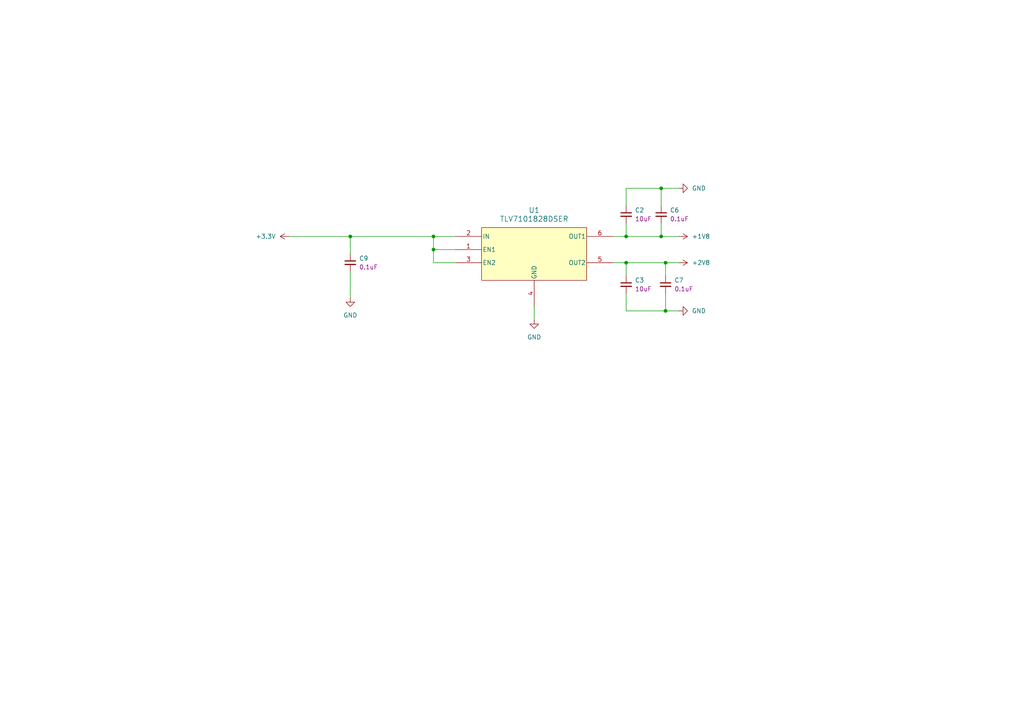
<source format=kicad_sch>
(kicad_sch (version 20230121) (generator eeschema)
  (paper "A4")
  (lib_symbols
    (symbol "CL21B104KBCNNNC_1" (pin_numbers hide) (pin_names (offset 0.254) hide)
      (property "Reference" "C" (at 2.794 1.778 0))
      (property "Capacitance" "0.1uF" (at 5.08 0 0))
      (symbol "CL21B104KBCNNNC_1_0_1"
        (polyline (pts (xy -1.524 -0.508) (xy 1.524 -0.508)) (stroke (width 0.3302)))
        (polyline (pts (xy -1.524 0.508) (xy 1.524 0.508)) (stroke (width 0.3048)))
      )
      (symbol "CL21B104KBCNNNC_1_1_1"
        (pin passive line (at 0 2.54 270) (length 2.032) (name "~") (number "1"))
        (pin passive line (at 0 -2.54 90) (length 2.032) (name "~") (number "2"))
      )
    )
    (symbol "downloaded_parts:CL21A106KOQNNNE" (pin_numbers hide) (pin_names (offset 0.254) hide)
      (property "Reference" "C" (at 2.794 1.778 0))
      (property "Capacitance" "10uF" (at 5.08 0 0))
      (symbol "CL21A106KOQNNNE_0_1"
        (polyline (pts (xy -1.524 -0.508) (xy 1.524 -0.508)) (stroke (width 0.3302)))
        (polyline (pts (xy -1.524 0.508) (xy 1.524 0.508)) (stroke (width 0.3048)))
      )
      (symbol "CL21A106KOQNNNE_1_1"
        (pin passive line (at 0 2.54 270) (length 2.032) (name "~") (number "1"))
        (pin passive line (at 0 -2.54 90) (length 2.032) (name "~") (number "2"))
      )
    )
    (symbol "downloaded_parts:CL21B104KBCNNNC" (pin_numbers hide) (pin_names (offset 0.254) hide)
      (property "Reference" "C" (at 2.794 1.778 0))
      (property "Capacitance" "0.1uF" (at 5.08 0 0))
      (symbol "CL21B104KBCNNNC_0_1"
        (polyline (pts (xy -1.524 -0.508) (xy 1.524 -0.508)) (stroke (width 0.3302)))
        (polyline (pts (xy -1.524 0.508) (xy 1.524 0.508)) (stroke (width 0.3048)))
      )
      (symbol "CL21B104KBCNNNC_1_1"
        (pin passive line (at 0 2.54 270) (length 2.032) (name "~") (number "1"))
        (pin passive line (at 0 -2.54 90) (length 2.032) (name "~") (number "2"))
      )
    )
    (symbol "downloaded_parts:TLV7101828DSER" (pin_names (offset 0.254))
      (property "Reference" "U" (at 27.94 10.16 0))
      (property "Value" "TLV7101828DSER" (at 27.94 7.62 0))
      (symbol "TLV7101828DSER_0_1"
        (pin unspecified line (at 5.08 -1.27 0) (length 7.62) (name "EN1") (number "1"))
        (pin input line (at 5.08 2.54 0) (length 7.62) (name "IN") (number "2"))
        (pin unspecified line (at 5.08 -5.08 0) (length 7.62) (name "EN2") (number "3"))
        (pin power_in line (at 27.94 -17.78 90) (length 7.62) (name "GND") (number "4"))
        (pin output line (at 50.8 -5.08 180) (length 7.62) (name "OUT2") (number "5"))
        (pin output line (at 50.8 2.54 180) (length 7.62) (name "OUT1") (number "6"))
      )
      (symbol "TLV7101828DSER_1_1"
        (rectangle (start 12.7 5.08) (end 43.18 -10.16) (fill (type background)))
      )
    )
    (symbol "power:+1V8" (power) (pin_names (offset 0))
      (property "Value" "+1V8" (at 0 3.556 0))
      (symbol "+1V8_0_1"
        (polyline (pts (xy -0.762 1.27) (xy 0 2.54)))
        (polyline (pts (xy 0 0) (xy 0 2.54)))
        (polyline (pts (xy 0 2.54) (xy 0.762 1.27)))
      )
      (symbol "+1V8_1_1"
        (pin power_in line (at 0 0 90) (length 0) hide (name "+1V8") (number "1"))
      )
    )
    (symbol "power:+2V8" (power) (pin_names (offset 0))
      (property "Value" "+2V8" (at 0 3.556 0))
      (symbol "+2V8_0_1"
        (polyline (pts (xy -0.762 1.27) (xy 0 2.54)))
        (polyline (pts (xy 0 0) (xy 0 2.54)))
        (polyline (pts (xy 0 2.54) (xy 0.762 1.27)))
      )
      (symbol "+2V8_1_1"
        (pin power_in line (at 0 0 90) (length 0) hide (name "+2V8") (number "1"))
      )
    )
    (symbol "power:+3.3V" (power) (pin_names (offset 0))
      (property "Value" "+3.3V" (at 0 3.556 0))
      (symbol "+3.3V_0_1"
        (polyline (pts (xy -0.762 1.27) (xy 0 2.54)))
        (polyline (pts (xy 0 0) (xy 0 2.54)))
        (polyline (pts (xy 0 2.54) (xy 0.762 1.27)))
      )
      (symbol "+3.3V_1_1"
        (pin power_in line (at 0 0 90) (length 0) hide (name "+3.3V") (number "1"))
      )
    )
    (symbol "power:GND" (power) (pin_names (offset 0))
      (property "Value" "GND" (at 0 -3.81 0))
      (symbol "GND_0_1"
        (polyline (pts (xy 0 0) (xy 0 -1.27) (xy 1.27 -1.27) (xy 0 -2.54) (xy -1.27 -1.27) (xy 0 -1.27)))
      )
      (symbol "GND_1_1"
        (pin power_in line (at 0 0 270) (length 0) hide (name "GND") (number "1"))
      )
    )
  )
  (junction (at 191.77 68.58))
  (junction (at 125.73 68.58))
  (junction (at 181.61 68.58))
  (junction (at 193.04 90.17))
  (junction (at 191.77 54.61))
  (junction (at 193.04 76.2))
  (junction (at 101.6 68.58))
  (junction (at 125.73 72.39))
  (junction (at 181.61 76.2))
  (wire (pts (xy 125.73 68.58) (xy 132.08 68.58)))
  (wire (pts (xy 193.04 76.2) (xy 193.04 80.01)))
  (wire (pts (xy 154.94 88.9) (xy 154.94 92.71)))
  (wire (pts (xy 125.73 72.39) (xy 125.73 76.2)))
  (wire (pts (xy 101.6 78.74) (xy 101.6 86.36)))
  (wire (pts (xy 191.77 54.61) (xy 191.77 59.69)))
  (wire (pts (xy 181.61 76.2) (xy 181.61 80.01)))
  (wire (pts (xy 191.77 54.61) (xy 196.85 54.61)))
  (wire (pts (xy 177.8 68.58) (xy 181.61 68.58)))
  (wire (pts (xy 193.04 76.2) (xy 196.85 76.2)))
  (wire (pts (xy 181.61 68.58) (xy 191.77 68.58)))
  (wire (pts (xy 181.61 90.17) (xy 193.04 90.17)))
  (wire (pts (xy 177.8 76.2) (xy 181.61 76.2)))
  (wire (pts (xy 83.82 68.58) (xy 101.6 68.58)))
  (wire (pts (xy 181.61 64.77) (xy 181.61 68.58)))
  (wire (pts (xy 125.73 68.58) (xy 125.73 72.39)))
  (wire (pts (xy 181.61 85.09) (xy 181.61 90.17)))
  (wire (pts (xy 193.04 85.09) (xy 193.04 90.17)))
  (wire (pts (xy 101.6 68.58) (xy 101.6 73.66)))
  (wire (pts (xy 181.61 76.2) (xy 193.04 76.2)))
  (wire (pts (xy 191.77 68.58) (xy 196.85 68.58)))
  (wire (pts (xy 191.77 64.77) (xy 191.77 68.58)))
  (wire (pts (xy 101.6 68.58) (xy 125.73 68.58)))
  (wire (pts (xy 132.08 76.2) (xy 125.73 76.2)))
  (wire (pts (xy 193.04 90.17) (xy 196.85 90.17)))
  (wire (pts (xy 125.73 72.39) (xy 132.08 72.39)))
  (wire (pts (xy 181.61 59.69) (xy 181.61 54.61)))
  (wire (pts (xy 181.61 54.61) (xy 191.77 54.61)))
  (symbol (lib_id "power:GND") (at 196.85 54.61 90) (unit 1)
    (property "Reference" "#PWR07" (effects hide))
    (property "Value" "GND" (at 200.66 54.61 90) (effects (justify right)))
    (instances (project "codec-breakout" (path "" (reference "#PWR07") (unit 1)) (path "" (reference "#PWR07") (unit 1))) (project "el-p" (path "" (reference "#PWR053") (unit 1))))
  )
  (symbol (lib_id "power:+1V8") (at 196.85 68.58 270) (unit 1)
    (property "Reference" "#PWR08" (effects hide))
    (property "Value" "+1V8" (at 200.66 68.58 90) (effects (justify left)))
    (instances (project "codec-breakout" (path "" (reference "#PWR08") (unit 1)) (path "" (reference "#PWR08") (unit 1))) (project "el-p" (path "" (reference "#PWR048") (unit 1))))
  )
  (symbol (lib_id "downloaded_parts:TLV7101828DSER") (at 127 71.12 0) (unit 1)
    (property "Reference" "U1" (at 154.94 60.96 0) (effects (font (size 1.524 1.524))))
    (property "Value" "TLV7101828DSER" (at 154.94 63.5 0) (effects (font (size 1.524 1.524))))
    (property "Footprint" "dowloaded_parts:TLV7101828DSER" (effects hide))
    (property "Datasheet" "TLV7101828DSER" (effects hide))
    (instances (project "codec-breakout" (path "" (reference "U1") (unit 1)) (path "" (reference "U1") (unit 1))) (project "el-p" (path "" (reference "U7") (unit 1))))
  )
  (symbol (lib_id "downloaded_parts:CL21A106KOQNNNE") (at 181.61 62.23 0) (unit 1)
    (property "Reference" "C2" (at 184.15 60.9663 0) (effects (justify left)))
    (property "Value" "CL21A106KOQNNNE" (effects hide))
    (property "Footprint" "dowloaded_parts:0805_cap" (effects hide))
    (property "Datasheet" "https://media.digikey.com/pdf/Data%20Sheets/Samsung%20PDFs/CL21A106KOQNNNE_Spec.pdf" (effects hide))
    (property "Capacitance" "10uF" (at 184.15 63.5063 0) (effects (justify left)))
    (property "Tolerance" "20%" (effects hide))
    (property "Voltage" "16v" (effects hide))
    (instances (project "codec-breakout" (path "" (reference "C2") (unit 1)) (path "" (reference "C2") (unit 1))) (project "el-p" (path "" (reference "C18") (unit 1))))
  )
  (symbol (lib_id "downloaded_parts:CL21B104KBCNNNC") (at 191.77 62.23 0) (unit 1)
    (property "Reference" "C6" (at 194.31 60.9663 0) (effects (justify left)))
    (property "Value" "CL21B104KBCNNNC" (effects hide))
    (property "Footprint" "dowloaded_parts:0805_cap" (effects hide))
    (property "Datasheet" "https://media.digikey.com/pdf/Data%20Sheets/Samsung%20PDFs/CL21B104KBCNNN_Spec.pdf" (effects hide))
    (property "Capacitance" "0.1uF" (at 194.31 63.5063 0) (effects (justify left)))
    (property "Tolerance" "10%" (effects hide))
    (property "Voltage" "50v" (effects hide))
    (instances (project "codec-breakout" (path "" (reference "C6") (unit 1)) (path "" (reference "C6") (unit 1))) (project "el-p" (path "" (reference "C21") (unit 1))))
  )
  (symbol (lib_id "downloaded_parts:CL21B104KBCNNNC") (at 193.04 82.55 0) (unit 1)
    (property "Reference" "C7" (at 195.58 81.2863 0) (effects (justify left)))
    (property "Value" "CL21B104KBCNNNC" (effects hide))
    (property "Footprint" "dowloaded_parts:0805_cap" (effects hide))
    (property "Datasheet" "https://media.digikey.com/pdf/Data%20Sheets/Samsung%20PDFs/CL21B104KBCNNN_Spec.pdf" (effects hide))
    (property "Capacitance" "0.1uF" (at 195.58 83.8263 0) (effects (justify left)))
    (property "Tolerance" "10%" (effects hide))
    (property "Voltage" "50v" (effects hide))
    (instances (project "codec-breakout" (path "" (reference "C7") (unit 1)) (path "" (reference "C7") (unit 1))) (project "el-p" (path "" (reference "C20") (unit 1))))
  )
  (symbol (lib_id "power:GND") (at 196.85 90.17 90) (unit 1)
    (property "Reference" "#PWR010" (effects hide))
    (property "Value" "GND" (at 200.66 90.17 90) (effects (justify right)))
    (instances (project "codec-breakout" (path "" (reference "#PWR010") (unit 1)) (path "" (reference "#PWR010") (unit 1))) (project "el-p" (path "" (reference "#PWR054") (unit 1))))
  )
  (symbol (lib_id "power:+3.3V") (at 83.82 68.58 90) (unit 1)
    (property "Reference" "#PWR01" (effects hide))
    (property "Value" "+3.3V" (at 80.01 68.58 90) (effects (justify left)))
    (instances (project "codec-breakout" (path "" (reference "#PWR01") (unit 1)) (path "" (reference "#PWR01") (unit 1))) (project "el-p" (path "" (reference "#PWR046") (unit 1))))
  )
  (symbol (lib_id "downloaded_parts:CL21A106KOQNNNE") (at 181.61 82.55 0) (unit 1)
    (property "Reference" "C3" (at 184.15 81.2863 0) (effects (justify left)))
    (property "Value" "CL21A106KOQNNNE" (effects hide))
    (property "Footprint" "dowloaded_parts:0805_cap" (effects hide))
    (property "Datasheet" "https://media.digikey.com/pdf/Data%20Sheets/Samsung%20PDFs/CL21A106KOQNNNE_Spec.pdf" (effects hide))
    (property "Capacitance" "10uF" (at 184.15 83.8263 0) (effects (justify left)))
    (property "Tolerance" "20%" (effects hide))
    (property "Voltage" "16v" (effects hide))
    (instances (project "codec-breakout" (path "" (reference "C3") (unit 1)) (path "" (reference "C3") (unit 1))) (project "el-p" (path "" (reference "C19") (unit 1))))
  )
  (symbol (lib_id "power:GND") (at 154.94 92.71 0) (unit 1)
    (property "Reference" "#PWR03" (effects hide))
    (property "Value" "GND" (at 154.94 97.79 0))
    (instances (project "codec-breakout" (path "" (reference "#PWR03") (unit 1)) (path "" (reference "#PWR03") (unit 1))) (project "el-p" (path "" (reference "#PWR047") (unit 1))))
  )
  (symbol (lib_id "power:+2V8") (at 196.85 76.2 270) (unit 1)
    (property "Reference" "#PWR09" (effects hide))
    (property "Value" "+2V8" (at 200.66 76.2 90) (effects (justify left)))
    (instances (project "codec-breakout" (path "" (reference "#PWR09") (unit 1)) (path "" (reference "#PWR09") (unit 1))) (project "el-p" (path "" (reference "#PWR049") (unit 1))))
  )
  (symbol (lib_name "CL21B104KBCNNNC_1") (lib_id "downloaded_parts:CL21B104KBCNNNC") (at 101.6 76.2 0) (unit 1)
    (property "Reference" "C9" (at 104.14 74.9363 0) (effects (justify left)))
    (property "Value" "CL21B104KBCNNNC" (effects hide))
    (property "Footprint" "dowloaded_parts:0805_cap" (effects hide))
    (property "Datasheet" "https://media.digikey.com/pdf/Data%20Sheets/Samsung%20PDFs/CL21B104KBCNNN_Spec.pdf" (effects hide))
    (property "Capacitance" "0.1uF" (at 104.14 77.4763 0) (effects (justify left)))
    (property "Tolerance" "10%" (effects hide))
    (property "Voltage" "50v" (effects hide))
  )
  (symbol (lib_id "power:GND") (at 101.6 86.36 0) (unit 1)
    (property "Reference" "#PWR030" (effects hide))
    (property "Value" "GND" (at 101.6 91.44 0))
  )
)
</source>
